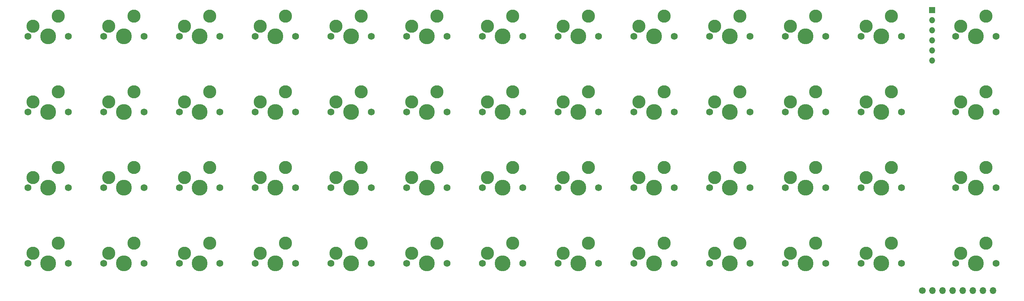
<source format=gbr>
%TF.GenerationSoftware,KiCad,Pcbnew,7.0.1-0*%
%TF.CreationDate,2023-08-02T22:11:56-05:00*%
%TF.ProjectId,pcb,7063622e-6b69-4636-9164-5f7063625858,rev?*%
%TF.SameCoordinates,Original*%
%TF.FileFunction,Soldermask,Top*%
%TF.FilePolarity,Negative*%
%FSLAX46Y46*%
G04 Gerber Fmt 4.6, Leading zero omitted, Abs format (unit mm)*
G04 Created by KiCad (PCBNEW 7.0.1-0) date 2023-08-02 22:11:56*
%MOMM*%
%LPD*%
G01*
G04 APERTURE LIST*
%ADD10C,1.750000*%
%ADD11C,3.987800*%
%ADD12C,3.300000*%
%ADD13C,1.700000*%
%ADD14O,1.700000X1.700000*%
%ADD15O,1.524000X1.524000*%
%ADD16R,1.524000X1.524000*%
G04 APERTURE END LIST*
D10*
%TO.C,MX42*%
X80089438Y-86915698D03*
D11*
X75009438Y-86915698D03*
D10*
X69929438Y-86915698D03*
D12*
X71199438Y-84375698D03*
X77549438Y-81835698D03*
%TD*%
D10*
%TO.C,MX9*%
X194389534Y-29765650D03*
D11*
X189309534Y-29765650D03*
D10*
X184229534Y-29765650D03*
D12*
X185499534Y-27225650D03*
X191849534Y-24685650D03*
%TD*%
D10*
%TO.C,MX3*%
X80089438Y-29765650D03*
D11*
X75009438Y-29765650D03*
D10*
X69929438Y-29765650D03*
D12*
X71199438Y-27225650D03*
X77549438Y-24685650D03*
%TD*%
D10*
%TO.C,MX41*%
X61039422Y-86915698D03*
D11*
X55959422Y-86915698D03*
D10*
X50879422Y-86915698D03*
D12*
X52149422Y-84375698D03*
X58499422Y-81835698D03*
%TD*%
D10*
%TO.C,MX25*%
X251539582Y-48815666D03*
D11*
X246459582Y-48815666D03*
D10*
X241379582Y-48815666D03*
D12*
X242649582Y-46275666D03*
X248999582Y-43735666D03*
%TD*%
D10*
%TO.C,MX22*%
X194389534Y-48815666D03*
D11*
X189309534Y-48815666D03*
D10*
X184229534Y-48815666D03*
D12*
X185499534Y-46275666D03*
X191849534Y-43735666D03*
%TD*%
D10*
%TO.C,MX49*%
X213439550Y-86915698D03*
D11*
X208359550Y-86915698D03*
D10*
X203279550Y-86915698D03*
D12*
X204549550Y-84375698D03*
X210899550Y-81835698D03*
%TD*%
D10*
%TO.C,MX10*%
X213439550Y-29765650D03*
D11*
X208359550Y-29765650D03*
D10*
X203279550Y-29765650D03*
D12*
X204549550Y-27225650D03*
X210899550Y-24685650D03*
%TD*%
D10*
%TO.C,MX19*%
X137239486Y-48815666D03*
D11*
X132159486Y-48815666D03*
D10*
X127079486Y-48815666D03*
D12*
X128349486Y-46275666D03*
X134699486Y-43735666D03*
%TD*%
D10*
%TO.C,MX21*%
X175339518Y-48815666D03*
D11*
X170259518Y-48815666D03*
D10*
X165179518Y-48815666D03*
D12*
X166449518Y-46275666D03*
X172799518Y-43735666D03*
%TD*%
D10*
%TO.C,MX16*%
X80089438Y-48815666D03*
D11*
X75009438Y-48815666D03*
D10*
X69929438Y-48815666D03*
D12*
X71199438Y-46275666D03*
X77549438Y-43735666D03*
%TD*%
D10*
%TO.C,MX32*%
X137239486Y-67865682D03*
D11*
X132159486Y-67865682D03*
D10*
X127079486Y-67865682D03*
D12*
X128349486Y-65325682D03*
X134699486Y-62785682D03*
%TD*%
D10*
%TO.C,MX8*%
X175339518Y-29765650D03*
D11*
X170259518Y-29765650D03*
D10*
X165179518Y-29765650D03*
D12*
X166449518Y-27225650D03*
X172799518Y-24685650D03*
%TD*%
D10*
%TO.C,MX33*%
X156289502Y-67865682D03*
D11*
X151209502Y-67865682D03*
D10*
X146129502Y-67865682D03*
D12*
X147399502Y-65325682D03*
X153749502Y-62785682D03*
%TD*%
D10*
%TO.C,MX37*%
X232489566Y-67865682D03*
D11*
X227409566Y-67865682D03*
D10*
X222329566Y-67865682D03*
D12*
X223599566Y-65325682D03*
X229949566Y-62785682D03*
%TD*%
D10*
%TO.C,MX34*%
X175339518Y-67865682D03*
D11*
X170259518Y-67865682D03*
D10*
X165179518Y-67865682D03*
D12*
X166449518Y-65325682D03*
X172799518Y-62785682D03*
%TD*%
D10*
%TO.C,MX28*%
X61039422Y-67865682D03*
D11*
X55959422Y-67865682D03*
D10*
X50879422Y-67865682D03*
D12*
X52149422Y-65325682D03*
X58499422Y-62785682D03*
%TD*%
D10*
%TO.C,MX47*%
X175339518Y-86915698D03*
D11*
X170259518Y-86915698D03*
D10*
X165179518Y-86915698D03*
D12*
X166449518Y-84375698D03*
X172799518Y-81835698D03*
%TD*%
D10*
%TO.C,MX45*%
X137239486Y-86915698D03*
D11*
X132159486Y-86915698D03*
D10*
X127079486Y-86915698D03*
D12*
X128349486Y-84375698D03*
X134699486Y-81835698D03*
%TD*%
D10*
%TO.C,MX4*%
X99139454Y-29765650D03*
D11*
X94059454Y-29765650D03*
D10*
X88979454Y-29765650D03*
D12*
X90249454Y-27225650D03*
X96599454Y-24685650D03*
%TD*%
D10*
%TO.C,MX29*%
X80089438Y-67865682D03*
D11*
X75009438Y-67865682D03*
D10*
X69929438Y-67865682D03*
D12*
X71199438Y-65325682D03*
X77549438Y-62785682D03*
%TD*%
D10*
%TO.C,MX7*%
X156289502Y-29765650D03*
D11*
X151209502Y-29765650D03*
D10*
X146129502Y-29765650D03*
D12*
X147399502Y-27225650D03*
X153749502Y-24685650D03*
%TD*%
D10*
%TO.C,MX18*%
X118189470Y-48815666D03*
D11*
X113109470Y-48815666D03*
D10*
X108029470Y-48815666D03*
D12*
X109299470Y-46275666D03*
X115649470Y-43735666D03*
%TD*%
D10*
%TO.C,MX39*%
X275352102Y-67865682D03*
D11*
X270272102Y-67865682D03*
D10*
X265192102Y-67865682D03*
D12*
X266462102Y-65325682D03*
X272812102Y-62785682D03*
%TD*%
D10*
%TO.C,MX24*%
X232489566Y-48815666D03*
D11*
X227409566Y-48815666D03*
D10*
X222329566Y-48815666D03*
D12*
X223599566Y-46275666D03*
X229949566Y-43735666D03*
%TD*%
D10*
%TO.C,MX43*%
X99139454Y-86915698D03*
D11*
X94059454Y-86915698D03*
D10*
X88979454Y-86915698D03*
D12*
X90249454Y-84375698D03*
X96599454Y-81835698D03*
%TD*%
D10*
%TO.C,MX13*%
X275352102Y-29765650D03*
D11*
X270272102Y-29765650D03*
D10*
X265192102Y-29765650D03*
D12*
X266462102Y-27225650D03*
X272812102Y-24685650D03*
%TD*%
D10*
%TO.C,MX6*%
X137239486Y-29765650D03*
D11*
X132159486Y-29765650D03*
D10*
X127079486Y-29765650D03*
D12*
X128349486Y-27225650D03*
X134699486Y-24685650D03*
%TD*%
D10*
%TO.C,MX36*%
X213439550Y-67865682D03*
D11*
X208359550Y-67865682D03*
D10*
X203279550Y-67865682D03*
D12*
X204549550Y-65325682D03*
X210899550Y-62785682D03*
%TD*%
D13*
%TO.C,J5*%
X256825000Y-93750000D03*
D14*
X259365000Y-93750000D03*
X261905000Y-93750000D03*
X264445000Y-93750000D03*
X266985000Y-93750000D03*
X269525000Y-93750000D03*
X272065000Y-93750000D03*
X274605000Y-93750000D03*
%TD*%
D10*
%TO.C,MX30*%
X99139454Y-67865682D03*
D11*
X94059454Y-67865682D03*
D10*
X88979454Y-67865682D03*
D12*
X90249454Y-65325682D03*
X96599454Y-62785682D03*
%TD*%
D10*
%TO.C,MX35*%
X194389534Y-67865682D03*
D11*
X189309534Y-67865682D03*
D10*
X184229534Y-67865682D03*
D12*
X185499534Y-65325682D03*
X191849534Y-62785682D03*
%TD*%
D10*
%TO.C,MX15*%
X61039422Y-48815666D03*
D11*
X55959422Y-48815666D03*
D10*
X50879422Y-48815666D03*
D12*
X52149422Y-46275666D03*
X58499422Y-43735666D03*
%TD*%
D10*
%TO.C,MX48*%
X194389534Y-86915698D03*
D11*
X189309534Y-86915698D03*
D10*
X184229534Y-86915698D03*
D12*
X185499534Y-84375698D03*
X191849534Y-81835698D03*
%TD*%
D10*
%TO.C,MX31*%
X118189470Y-67865682D03*
D11*
X113109470Y-67865682D03*
D10*
X108029470Y-67865682D03*
D12*
X109299470Y-65325682D03*
X115649470Y-62785682D03*
%TD*%
D10*
%TO.C,MX17*%
X99139454Y-48815666D03*
D11*
X94059454Y-48815666D03*
D10*
X88979454Y-48815666D03*
D12*
X90249454Y-46275666D03*
X96599454Y-43735666D03*
%TD*%
D10*
%TO.C,MX51*%
X251539582Y-86915698D03*
D11*
X246459582Y-86915698D03*
D10*
X241379582Y-86915698D03*
D12*
X242649582Y-84375698D03*
X248999582Y-81835698D03*
%TD*%
D10*
%TO.C,MX44*%
X118189470Y-86915698D03*
D11*
X113109470Y-86915698D03*
D10*
X108029470Y-86915698D03*
D12*
X109299470Y-84375698D03*
X115649470Y-81835698D03*
%TD*%
D10*
%TO.C,MX27*%
X41989406Y-67865682D03*
D11*
X36909406Y-67865682D03*
D10*
X31829406Y-67865682D03*
D12*
X33099406Y-65325682D03*
X39449406Y-62785682D03*
%TD*%
D10*
%TO.C,MX40*%
X41989406Y-86915698D03*
D11*
X36909406Y-86915698D03*
D10*
X31829406Y-86915698D03*
D12*
X33099406Y-84375698D03*
X39449406Y-81835698D03*
%TD*%
D10*
%TO.C,MX12*%
X251539582Y-29765650D03*
D11*
X246459582Y-29765650D03*
D10*
X241379582Y-29765650D03*
D12*
X242649582Y-27225650D03*
X248999582Y-24685650D03*
%TD*%
D10*
%TO.C,MX11*%
X232489566Y-29765650D03*
D11*
X227409566Y-29765650D03*
D10*
X222329566Y-29765650D03*
D12*
X223599566Y-27225650D03*
X229949566Y-24685650D03*
%TD*%
D10*
%TO.C,MX23*%
X213439550Y-48815666D03*
D11*
X208359550Y-48815666D03*
D10*
X203279550Y-48815666D03*
D12*
X204549550Y-46275666D03*
X210899550Y-43735666D03*
%TD*%
D10*
%TO.C,MX52*%
X275352102Y-86915698D03*
D11*
X270272102Y-86915698D03*
D10*
X265192102Y-86915698D03*
D12*
X266462102Y-84375698D03*
X272812102Y-81835698D03*
%TD*%
D10*
%TO.C,MX2*%
X61039422Y-29765650D03*
D11*
X55959422Y-29765650D03*
D10*
X50879422Y-29765650D03*
D12*
X52149422Y-27225650D03*
X58499422Y-24685650D03*
%TD*%
D10*
%TO.C,MX50*%
X232489566Y-86915698D03*
D11*
X227409566Y-86915698D03*
D10*
X222329566Y-86915698D03*
D12*
X223599566Y-84375698D03*
X229949566Y-81835698D03*
%TD*%
D10*
%TO.C,MX20*%
X156289502Y-48815666D03*
D11*
X151209502Y-48815666D03*
D10*
X146129502Y-48815666D03*
D12*
X147399502Y-46275666D03*
X153749502Y-43735666D03*
%TD*%
D10*
%TO.C,MX26*%
X275352102Y-48815666D03*
D11*
X270272102Y-48815666D03*
D10*
X265192102Y-48815666D03*
D12*
X266462102Y-46275666D03*
X272812102Y-43735666D03*
%TD*%
D10*
%TO.C,MX1*%
X41989406Y-29765650D03*
D11*
X36909406Y-29765650D03*
D10*
X31829406Y-29765650D03*
D12*
X33099406Y-27225650D03*
X39449406Y-24685650D03*
%TD*%
D15*
%TO.C,J2*%
X259225000Y-35850000D03*
X259225000Y-25690000D03*
X259225000Y-30770000D03*
X259225000Y-33310000D03*
X259225000Y-28230000D03*
D16*
X259225000Y-23150000D03*
%TD*%
D10*
%TO.C,MX38*%
X251539582Y-67865682D03*
D11*
X246459582Y-67865682D03*
D10*
X241379582Y-67865682D03*
D12*
X242649582Y-65325682D03*
X248999582Y-62785682D03*
%TD*%
D10*
%TO.C,MX5*%
X118189470Y-29765650D03*
D11*
X113109470Y-29765650D03*
D10*
X108029470Y-29765650D03*
D12*
X109299470Y-27225650D03*
X115649470Y-24685650D03*
%TD*%
D10*
%TO.C,MX46*%
X156289502Y-86915698D03*
D11*
X151209502Y-86915698D03*
D10*
X146129502Y-86915698D03*
D12*
X147399502Y-84375698D03*
X153749502Y-81835698D03*
%TD*%
D10*
%TO.C,MX14*%
X41989406Y-48815666D03*
D11*
X36909406Y-48815666D03*
D10*
X31829406Y-48815666D03*
D12*
X33099406Y-46275666D03*
X39449406Y-43735666D03*
%TD*%
M02*

</source>
